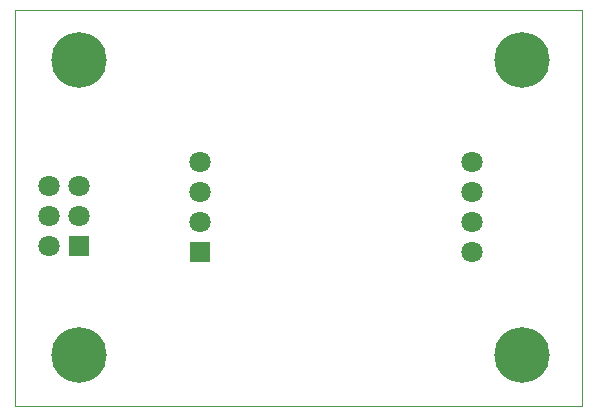
<source format=gbs>
G04*
G04 #@! TF.GenerationSoftware,Altium Limited,Altium Designer,19.1.9 (167)*
G04*
G04 Layer_Color=16711935*
%FSLAX25Y25*%
%MOIN*%
G70*
G01*
G75*
%ADD12C,0.00394*%
%ADD15C,0.07099*%
%ADD16R,0.07099X0.07099*%
%ADD17C,0.18517*%
D12*
X-21500Y-115500D02*
Y16500D01*
Y-115500D02*
X167500D01*
Y16500D01*
X-21500D02*
X167500D01*
D15*
X130776Y-64000D02*
D03*
Y-54000D02*
D03*
Y-44000D02*
D03*
Y-34000D02*
D03*
X40200Y-54000D02*
D03*
Y-44000D02*
D03*
Y-34000D02*
D03*
X0Y-52000D02*
D03*
Y-42000D02*
D03*
X-10000Y-62000D02*
D03*
Y-52000D02*
D03*
Y-42000D02*
D03*
D16*
X40200Y-64000D02*
D03*
X0Y-62000D02*
D03*
D17*
X147638Y0D02*
D03*
Y-98425D02*
D03*
X0D02*
D03*
Y0D02*
D03*
M02*

</source>
